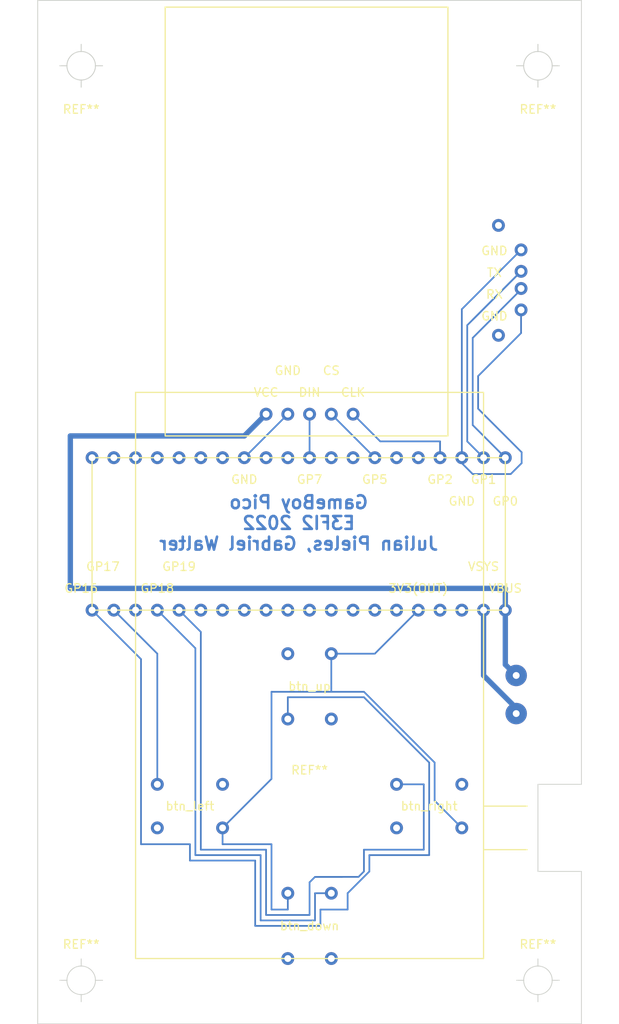
<source format=kicad_pcb>
(kicad_pcb (version 20211014) (generator pcbnew)
  (layers (0 "F.Cu" signal) (31 "B.Cu" signal) (34 "B.Paste" user) (35 "F.Paste" user) (36 "B.SilkS" user "B.Silkscreen") (37 "F.SilkS" user "F.Silkscreen") (38 "B.Mask" user) (39 "F.Mask" user) (44 "Edge.Cuts" user))
  (net 0 "")
  (footprint "MountingHole:MountingHole_3.2mm_M3" (layer "F.Cu") (at 67.31 129.54)
    (fp_text reference "REF**" (at 0 -4.2) (layer "F.SilkS"))
    (fp_text value "MountingHole_3.2mm_M3")
    (pad "" np_thru_hole circle (at 0 0) (size 3.2 3.2) (drill 3.2) (layers *.Cu *.Mask))
  )
  (footprint "MountingHole:MountingHole_3.2mm_M3" (layer "F.Cu") (at 93.98 43.18)
    (fp_text reference "REF**" (at 0 5.08) (layer "F.SilkS"))
    (fp_text value "MountingHole_3.2mm_M3")
    (pad "" np_thru_hole circle (at 0 0) (size 3.2 3.2) (drill 3.2) (layers *.Cu *.Mask))
  )
  (footprint "MountingHole:MountingHole_3.2mm_M3" (layer "F.Cu") (at 93.98 149.86)
    (fp_text reference "REF**" (at 0 -4.2) (layer "F.SilkS"))
    (fp_text value "MountingHole_3.2mm_M3")
    (pad "" np_thru_hole circle (at 0 0) (size 3.2 3.2) (drill 3.2) (layers *.Cu *.Mask))
  )
  (footprint "MountingHole:MountingHole_3.2mm_M3" (layer "F.Cu") (at 40.64 43.18)
    (fp_text reference "REF**" (at 0 5.08) (layer "F.SilkS"))
    (fp_text value "MountingHole_3.2mm_M3")
    (pad "" np_thru_hole circle (at 0 0) (size 3.2 3.2) (drill 3.2) (layers *.Cu *.Mask))
  )
  (footprint "MountingHole:MountingHole_3.2mm_M3" (layer "F.Cu") (at 40.64 149.86)
    (fp_text reference "REF**" (at 0 -4.2) (layer "F.SilkS"))
    (fp_text value "MountingHole_3.2mm_M3")
    (pad "" np_thru_hole circle (at 0 0) (size 3.2 3.2) (drill 3.2) (layers *.Cu *.Mask))
  )
  (gr_rect (start 50.45 36.34) (end 83.47 86.36) (layer "F.SilkS") (width 0.15) (fill none))
  (gr_line (start 92.71 134.62) (end 87.63 134.62) (layer "F.SilkS") (width 0.15))
  (gr_rect (start 46.99 147.32) (end 87.63 81.28) (layer "F.SilkS") (width 0.15) (fill none))
  (gr_rect (start 41.91 88.9) (end 90.17 106.68) (layer "F.SilkS") (width 0.15) (fill none))
  (gr_line (start 87.63 129.54) (end 92.71 129.54) (layer "F.SilkS") (width 0.15))
  (gr_line (start 99.06 35.56) (end 99.06 38.1) (layer "Edge.Cuts") (width 0.1))
  (gr_line (start 35.56 35.56) (end 35.56 154.94) (layer "Edge.Cuts") (width 0.1))
  (gr_line (start 99.06 154.94) (end 99.06 137.16) (layer "Edge.Cuts") (width 0.1))
  (gr_line (start 99.06 38.1) (end 99.06 127) (layer "Edge.Cuts") (width 0.1))
  (gr_line (start 93.98 137.16) (end 93.98 127) (layer "Edge.Cuts") (width 0.1))
  (gr_line (start 99.06 137.16) (end 93.98 137.16) (layer "Edge.Cuts") (width 0.1))
  (gr_line (start 93.98 127) (end 99.06 127) (layer "Edge.Cuts") (width 0.1))
  (gr_line (start 99.06 35.56) (end 35.56 35.56) (layer "Edge.Cuts") (width 0.1))
  (gr_line (start 35.56 154.94) (end 99.06 154.94) (layer "Edge.Cuts") (width 0.1))
  (gr_text "GameBoy Pico\nE3FI2 2022\nJulian Pieles, Gabriel Walter" (at 66.04 96.52) (layer "B.Cu") (effects (font (size 1.5 1.5) (thickness 0.3)) (justify mirror)))
  (gr_text "GP5" (at 74.93 91.44) (layer "F.SilkS") (effects (font (size 1 1))))
  (gr_text "btn_down" (at 67.31 143.51) (layer "F.SilkS") (effects (font (size 1 1))))
  (gr_text "DIN" (at 67.31 81.28) (layer "F.SilkS") (effects (font (size 1 1))))
  (gr_text "GND" (at 85.09 93.98) (layer "F.SilkS") (effects (font (size 1 1))))
  (gr_text "GP7\n" (at 67.31 91.44) (layer "F.SilkS") (effects (font (size 1 1))))
  (gr_text "GP1" (at 87.63 91.44) (layer "F.SilkS") (effects (font (size 1 1))))
  (gr_text "GP2" (at 82.55 91.44) (layer "F.SilkS") (effects (font (size 1 1))))
  (gr_text "GND" (at 64.77 78.74) (layer "F.SilkS") (effects (font (size 1 1))))
  (gr_text "GP17" (at 43.18 101.6) (layer "F.SilkS") (effects (font (size 1 1))))
  (gr_text "GP19" (at 52.07 101.6) (layer "F.SilkS") (effects (font (size 1 1))))
  (gr_text "3V3(OUT)" (at 80.01 104.14) (layer "F.SilkS") (effects (font (size 1 1))))
  (gr_text "VSYS\n" (at 87.63 101.6) (layer "F.SilkS") (effects (font (size 1 1))))
  (gr_text "VBUS" (at 90.17 104.14) (layer "F.SilkS") (effects (font (size 1 1))))
  (gr_text "btn_left" (at 53.34 129.54) (layer "F.SilkS") (effects (font (size 1 1))))
  (gr_text "CLK" (at 72.39 81.28) (layer "F.SilkS") (effects (font (size 1 1))))
  (gr_text "VCC" (at 62.23 81.28) (layer "F.SilkS") (effects (font (size 1 1))))
  (gr_text "GND" (at 88.9 64.77) (layer "F.SilkS") (effects (font (size 1 1))))
  (gr_text "btn_right" (at 81.28 129.54) (layer "F.SilkS") (effects (font (size 1 1))))
  (gr_text "CS" (at 69.85 78.74) (layer "F.SilkS") (effects (font (size 1 1))))
  (gr_text "TX" (at 88.9 67.31) (layer "F.SilkS") (effects (font (size 1 1))))
  (gr_text "GP16" (at 40.64 104.14) (layer "F.SilkS") (effects (font (size 1 1))))
  (gr_text "GND" (at 59.69 91.44) (layer "F.SilkS") (effects (font (size 1 1))))
  (gr_text "RX" (at 88.9 69.85) (layer "F.SilkS") (effects (font (size 1 1))))
  (gr_text "GP18" (at 49.53 104.14) (layer "F.SilkS") (effects (font (size 1 1))))
  (gr_text "btn_up" (at 67.31 115.57) (layer "F.SilkS") (effects (font (size 1 1))))
  (gr_text "GND" (at 88.9 72.39) (layer "F.SilkS") (effects (font (size 1 1))))
  (gr_text "GP0" (at 90.17 93.98) (layer "F.SilkS") (effects (font (size 1 1))))
  (target plus (at 93.98 149.86) (size 5) (width 0.1) (layer "Edge.Cuts"))
  (target plus (at 93.98 43.18) (size 5) (width 0.1) (layer "Edge.Cuts"))
  (target plus (at 40.64 43.18) (size 5) (width 0.1) (layer "Edge.Cuts"))
  (target plus (at 40.64 149.86) (size 5) (width 0.1) (layer "Edge.Cuts"))
  (target plus (at 40.64 43.18) (size 5) (width 0.1) (layer "Edge.Cuts"))
  (target plus (at 93.98 43.18) (size 5) (width 0.1) (layer "Edge.Cuts"))
  (via (at 90.17 88.9) (size 1.5) (drill 0.8) (layers "F.Cu" "B.Cu") (net 0))
  (via (at 92.01 64.66) (size 1.5) (drill 0.8) (layers "F.Cu" "B.Cu") (net 0))
  (via (at 77.47 127) (size 1.5) (drill 0.8) (layers "F.Cu" "B.Cu") (net 0))
  (via (at 46.99 106.68) (size 1.5) (drill 0.8) (layers "F.Cu" "B.Cu") (net 0))
  (via (at 77.47 132.08) (size 1.5) (drill 0.8) (layers "F.Cu" "B.Cu") (net 0))
  (via (at 62.23 88.9) (size 1.5) (drill 0.8) (layers "F.Cu" "B.Cu") (net 0))
  (via (at 82.55 88.9) (size 1.5) (drill 0.8) (layers "F.Cu" "B.Cu") (net 0))
  (via (at 89.37 74.62) (size 1.5) (drill 0.8) (layers "F.Cu" "B.Cu") (net 0))
  (via (at 57.15 127) (size 1.5) (drill 0.8) (layers "F.Cu" "B.Cu") (net 0))
  (via (at 64.77 147.32) (size 1.5) (drill 0.8) (layers "F.Cu" "B.Cu") (net 0))
  (via (at 57.15 132.08) (size 1.5) (drill 0.8) (layers "F.Cu" "B.Cu") (net 0))
  (via (at 72.39 106.68) (size 1.5) (drill 0.8) (layers "F.Cu" "B.Cu") (net 0))
  (via (at 80.01 88.9) (size 1.5) (drill 0.8) (layers "F.Cu" "B.Cu") (net 0))
  (via (at 69.85 139.7) (size 1.5) (drill 0.8) (layers "F.Cu" "B.Cu") (net 0))
  (via (at 44.45 106.68) (size 1.5) (drill 0.8) (layers "F.Cu" "B.Cu") (net 0))
  (via (at 52.07 106.68) (size 1.5) (drill 0.8) (layers "F.Cu" "B.Cu") (net 0))
  (via (at 87.63 88.9) (size 1.5) (drill 0.8) (layers "F.Cu" "B.Cu") (net 0))
  (via (at 54.61 88.9) (size 1.5) (drill 0.8) (layers "F.Cu" "B.Cu") (net 0))
  (via (at 62.23 106.68) (size 1.5) (drill 0.8) (layers "F.Cu" "B.Cu") (net 0))
  (via (at 69.85 119.38) (size 1.5) (drill 0.8) (layers "F.Cu" "B.Cu") (net 0))
  (via (at 69.85 88.9) (size 1.5) (drill 0.8) (layers "F.Cu" "B.Cu") (net 0))
  (via (at 74.93 106.68) (size 1.5) (drill 0.8) (layers "F.Cu" "B.Cu") (net 0))
  (via (at 64.77 83.82) (size 1.5) (drill 0.8) (layers "F.Cu" "B.Cu") (net 0))
  (via (at 69.85 147.32) (size 1.5) (drill 0.8) (layers "F.Cu" "B.Cu") (net 0))
  (via (at 49.53 132.08) (size 1.5) (drill 0.8) (layers "F.Cu" "B.Cu") (net 0))
  (via (at 52.07 88.9) (size 1.5) (drill 0.8) (layers "F.Cu" "B.Cu") (net 0))
  (via (at 62.23 83.82) (size 1.5) (drill 0.8) (layers "F.Cu" "B.Cu") (net 0))
  (via (at 54.61 106.68) (size 1.5) (drill 0.8) (layers "F.Cu" "B.Cu") (net 0))
  (via (at 87.63 106.68) (size 1.5) (drill 0.8) (layers "F.Cu" "B.Cu") (net 0))
  (via (at 69.85 106.68) (size 1.5) (drill 0.8) (layers "F.Cu" "B.Cu") (net 0))
  (via (at 41.91 106.68) (size 1.5) (drill 0.8) (layers "F.Cu" "B.Cu") (net 0))
  (via (at 46.99 88.9) (size 1.5) (drill 0.8) (layers "F.Cu" "B.Cu") (net 0))
  (via (at 41.91 88.9) (size 1.5) (drill 0.8) (layers "F.Cu" "B.Cu") (net 0))
  (via (at 92.01 67.16) (size 1.5) (drill 0.8) (layers "F.Cu" "B.Cu") (net 0))
  (via (at 89.37 61.8) (size 1.5) (drill 0.8) (layers "F.Cu" "B.Cu") (net 0))
  (via (at 92.01 69.16) (size 1.5) (drill 0.8) (layers "F.Cu" "B.Cu") (net 0))
  (via (at 64.77 88.9) (size 1.5) (drill 0.8) (layers "F.Cu" "B.Cu") (net 0))
  (via (at 74.93 88.9) (size 1.5) (drill 0.8) (layers "F.Cu" "B.Cu") (net 0))
  (via (at 85.09 88.9) (size 1.5) (drill 0.8) (layers "F.Cu" "B.Cu") (net 0))
  (via (at 85.09 132.08) (size 1.5) (drill 0.8) (layers "F.Cu" "B.Cu") (net 0))
  (via (at 69.85 111.76) (size 1.5) (drill 0.8) (layers "F.Cu" "B.Cu") (net 0))
  (via (at 57.15 88.9) (size 1.5) (drill 0.8) (layers "F.Cu" "B.Cu") (net 0))
  (via (at 67.31 106.68) (size 1.5) (drill 0.8) (layers "F.Cu" "B.Cu") (net 0))
  (via (at 59.69 88.9) (size 1.5) (drill 0.8) (layers "F.Cu" "B.Cu") (net 0))
  (via (at 72.39 83.82) (size 1.5) (drill 0.8) (layers "F.Cu" "B.Cu") (net 0))
  (via (at 49.53 127) (size 1.5) (drill 0.8) (layers "F.Cu" "B.Cu") (net 0))
  (via (at 44.45 88.9) (size 1.5) (drill 0.8) (layers "F.Cu" "B.Cu") (net 0))
  (via (at 67.31 88.9) (size 1.5) (drill 0.8) (layers "F.Cu" "B.Cu") (net 0))
  (via (at 64.77 119.38) (size 1.5) (drill 0.8) (layers "F.Cu" "B.Cu") (net 0))
  (via (at 64.77 106.68) (size 1.5) (drill 0.8) (layers "F.Cu" "B.Cu") (net 0))
  (via (at 59.69 106.68) (size 1.5) (drill 0.8) (layers "F.Cu" "B.Cu") (net 0))
  (via (at 72.39 88.9) (size 1.5) (drill 0.8) (layers "F.Cu" "B.Cu") (net 0))
  (via (at 57.15 106.68) (size 1.5) (drill 0.8) (layers "F.Cu" "B.Cu") (net 0))
  (via (at 80.01 106.68) (size 1.5) (drill 0.8) (layers "F.Cu" "B.Cu") (net 0))
  (via (at 90.17 106.68) (size 1.5) (drill 0.8) (layers "F.Cu" "B.Cu") (net 0))
  (via (at 77.47 106.68) (size 1.5) (drill 0.8) (layers "F.Cu" "B.Cu") (net 0))
  (via (at 85.09 127) (size 1.5) (drill 0.8) (layers "F.Cu" "B.Cu") (net 0))
  (via (at 64.77 111.76) (size 1.5) (drill 0.8) (layers "F.Cu" "B.Cu") (net 0))
  (via (at 64.77 139.7) (size 1.5) (drill 0.8) (layers "F.Cu" "B.Cu") (net 0))
  (via (at 91.44 118.745) (size 2.5) (drill 0.8) (layers "F.Cu" "B.Cu") (net 0))
  (via (at 91.44 114.3) (size 2.5) (drill 0.8) (layers "F.Cu" "B.Cu") (net 0))
  (via (at 77.47 88.9) (size 1.5) (drill 0.8) (layers "F.Cu" "B.Cu") (net 0))
  (via (at 85.09 106.68) (size 1.5) (drill 0.8) (layers "F.Cu" "B.Cu") (net 0))
  (via (at 49.53 88.9) (size 1.5) (drill 0.8) (layers "F.Cu" "B.Cu") (net 0))
  (via (at 92.01 71.66) (size 1.5) (drill 0.8) (layers "F.Cu" "B.Cu") (net 0))
  (via (at 82.55 106.68) (size 1.5) (drill 0.8) (layers "F.Cu" "B.Cu") (net 0))
  (via (at 69.85 83.82) (size 1.5) (drill 0.8) (layers "F.Cu" "B.Cu") (net 0))
  (via (at 67.31 83.82) (size 1.5) (drill 0.8) (layers "F.Cu" "B.Cu") (net 0))
  (via (at 49.53 106.68) (size 1.5) (drill 0.8) (layers "F.Cu" "B.Cu") (net 0))
  (segment (start 67.945 139.7) (end 69.85 139.7) (width 0.2) (layer "B.Cu") (net 0))
  (segment (start 47.625 112.395) (end 41.91 106.68) (width 0.2) (layer "B.Cu") (net 0))
  (segment (start 67.31 84.455) (end 67.31 88.9) (width 0.2) (layer "B.Cu") (net 0))
  (segment (start 86.995 79.375) (end 92.01 74.36) (width 0.2) (layer "B.Cu") (net 0))
  (segment (start 74.93 111.76) (end 69.85 111.76) (width 0.2) (layer "B.Cu") (net 0))
  (segment (start 80.645 127) (end 77.47 127) (width 0.2) (layer "B.Cu") (net 0))
  (segment (start 62.865 141.605) (end 62.865 133.985) (width 0.2) (layer "B.Cu") (net 0))
  (segment (start 60.96 135.89) (end 53.34 135.89) (width 0.2) (layer "B.Cu") (net 0))
  (segment (start 81.28 135.255) (end 74.295 135.255) (width 0.2) (layer "B.Cu") (net 0))
  (segment (start 39.37 104.14) (end 90.17 104.14) (width 0.623) (layer "B.Cu") (net 0))
  (segment (start 92.01 67.16) (end 86.36 72.81) (width 0.2) (layer "B.Cu") (net 0))
  (segment (start 62.865 126.365) (end 57.15 132.08) (width 0.2) (layer "B.Cu") (net 0))
  (segment (start 87.63 114.3) (end 87.63 106.68) (width 0.623) (layer "B.Cu") (net 0))
  (segment (start 62.23 83.82) (end 59.69 86.36) (width 0.623) (layer "B.Cu") (net 0))
  (segment (start 81.28 124.46) (end 81.28 135.255) (width 0.2) (layer "B.Cu") (net 0))
  (segment (start 62.23 142.24) (end 67.31 142.24) (width 0.2) (layer "B.Cu") (net 0))
  (segment (start 67.31 138.43) (end 67.945 137.795) (width 0.2) (layer "B.Cu") (net 0))
  (segment (start 62.865 133.985) (end 57.15 133.985) (width 0.2) (layer "B.Cu") (net 0))
  (segment (start 64.77 116.84) (end 73.66 116.84) (width 0.2) (layer "B.Cu") (net 0))
  (segment (start 73.66 116.205) (end 81.915 124.46) (width 0.2) (layer "B.Cu") (net 0))
  (segment (start 61.595 135.255) (end 61.595 142.875) (width 0.2) (layer "B.Cu") (net 0))
  (segment (start 86.995 83.185) (end 86.995 79.375) (width 0.2) (layer "B.Cu") (net 0))
  (segment (start 62.23 134.62) (end 62.23 142.24) (width 0.2) (layer "B.Cu") (net 0))
  (segment (start 73.66 134.62) (end 80.645 134.62) (width 0.2) (layer "B.Cu") (net 0))
  (segment (start 53.34 135.89) (end 53.34 133.985) (width 0.2) (layer "B.Cu") (net 0))
  (segment (start 80.645 134.62) (end 80.645 127) (width 0.2) (layer "B.Cu") (net 0))
  (segment (start 90.17 104.14) (end 90.17 113.03) (width 0.623) (layer "B.Cu") (net 0))
  (segment (start 92.075 88.265) (end 92.075 89.535) (width 0.2) (layer "B.Cu") (net 0))
  (segment (start 92.01 74.36) (end 92.01 71.66) (width 0.2) (layer "B.Cu") (net 0))
  (segment (start 53.975 135.255) (end 61.595 135.255) (width 0.2) (layer "B.Cu") (net 0))
  (segment (start 53.34 133.985) (end 47.625 133.985) (width 0.2) (layer "B.Cu") (net 0))
  (segment (start 90.17 88.9) (end 86.36 85.09) (width 0.2) (layer "B.Cu") (net 0))
  (segment (start 68.58 141.605) (end 68.58 143.51) (width 0.2) (layer "B.Cu") (net 0))
  (segment (start 64.77 141.605) (end 62.865 141.605) (width 0.2) (layer "B.Cu") (net 0))
  (segment (start 49.53 111.76) (end 44.45 106.68) (width 0.2) (layer "B.Cu") (net 0))
  (segment (start 81.915 124.46) (end 81.915 128.905) (width 0.2) (layer "B.Cu") (net 0))
  (segment (start 87.63 114.3) (end 91.44 118.11) (width 0.623) (layer "B.Cu") (net 0))
  (segment (start 53.975 111.125) (end 53.975 135.255) (width 0.2) (layer "B.Cu") (net 0))
  (segment (start 54.61 134.62) (end 62.23 134.62) (width 0.2) (layer "B.Cu") (net 0))
  (segment (start 64.77 119.38) (end 64.77 116.84) (width 0.2) (layer "B.Cu") (net 0))
  (segment (start 81.915 128.905) (end 85.09 132.08) (width 0.2) (layer "B.Cu") (net 0))
  (segment (start 92.075 89.535) (end 90.805 90.805) (width 0.2) (layer "B.Cu") (net 0))
  (segment (start 74.295 135.255) (end 74.295 137.16) (width 0.2) (layer "B.Cu") (net 0))
  (segment (start 49.53 106.68) (end 53.975 111.125) (width 0.2) (layer "B.Cu") (net 0))
  (segment (start 69.85 116.205) (end 62.865 116.205) (width 0.2) (layer "B.Cu") (net 0))
  (segment (start 90.805 90.805) (end 86.36 90.805) (width 0.2) (layer "B.Cu") (net 0))
  (segment (start 69.85 83.82) (end 74.93 88.9) (width 0.2) (layer "B.Cu") (net 0))
  (segment (start 71.755 139.7) (end 71.755 141.605) (width 0.2) (layer "B.Cu") (net 0))
  (segment (start 69.85 111.76) (end 69.85 116.205) (width 0.2) (layer "B.Cu") (net 0))
  (segment (start 54.61 109.22) (end 54.61 134.62) (width 0.2) (layer "B.Cu") (net 0))
  (segment (start 69.85 116.205) (end 73.66 116.205) (width 0.2) (layer "B.Cu") (net 0))
  (segment (start 64.77 139.7) (end 64.77 141.605) (width 0.2) (layer "B.Cu") (net 0))
  (segment (start 90.17 113.03) (end 91.44 114.3) (width 0.623) (layer "B.Cu") (net 0))
  (segment (start 74.295 137.16) (end 71.755 139.7) (width 0.2) (layer "B.Cu") (net 0))
  (segment (start 52.07 106.68) (end 54.61 109.22) (width 0.2) (layer "B.Cu") (net 0))
  (segment (start 92.01 69.28) (end 92.01 69.16) (width 0.2) (layer "B.Cu") (net 0))
  (segment (start 49.53 127) (end 49.53 111.76) (width 0.2) (layer "B.Cu") (net 0))
  (segment (start 59.69 86.36) (end 39.37 86.36) (width 0.623) (layer "B.Cu") (net 0))
  (segment (start 92.01 64.66) (end 85.09 71.58) (width 0.2) (layer "B.Cu") (net 0))
  (segment (start 85.09 71.58) (end 85.09 88.9) (width 0.2) (layer "B.Cu") (net 0))
  (segment (start 82.55 86.995) (end 75.565 86.995) (width 0.2) (layer "B.Cu") (net 0))
  (segment (start 67.945 137.795) (end 73.025 137.795) (width 0.2) (layer "B.Cu") (net 0))
  (segment (start 91.44 118.11) (end 91.44 118.745) (width 0.623) (layer "B.Cu") (net 0))
  (segment (start 67.945 142.875) (end 67.945 139.7) (width 0.2) (layer "B.Cu") (net 0))
  (segment (start 61.595 142.875) (end 67.945 142.875) (width 0.2) (layer "B.Cu") (net 0))
  (segment (start 90.17 104.14) (end 90.17 106.68) (width 0.2) (layer "B.Cu") (net 0))
  (segment (start 85.725 86.995) (end 87.63 88.9) (width 0.2) (layer "B.Cu") (net 0))
  (segment (start 80.01 106.68) (end 80.01 107.315) (width 0.2) (layer "B.Cu") (net 0))
  (segment (start 57.15 133.985) (end 57.15 132.08) (width 0.2) (layer "B.Cu") (net 0))
  (segment (start 80.01 106.68) (end 74.93 111.76) (width 0.2) (layer "B.Cu") (net 0))
  (segment (start 60.96 143.51) (end 60.96 135.89) (width 0.2) (layer "B.Cu") (net 0))
  (segment (start 39.37 86.36) (end 39.37 104.14) (width 0.623) (layer "B.Cu") (net 0))
  (segment (start 85.725 73.445) (end 85.725 86.995) (width 0.2) (layer "B.Cu") (net 0))
  (segment (start 67.31 142.24) (end 67.31 138.43) (width 0.2) (layer "B.Cu") (net 0))
  (segment (start 75.565 86.995) (end 72.39 83.82) (width 0.2) (layer "B.Cu") (net 0))
  (segment (start 85.09 88.9) (end 85.09 89.535) (width 0.2) (layer "B.Cu") (net 0))
  (segment (start 67.945 137.795) (end 71.12 137.795) (width 0.2) (layer "B.Cu") (net 0))
  (segment (start 73.66 137.16) (end 73.66 134.62) (width 0.2) (layer "B.Cu") (net 0))
  (segment (start 73.025 137.795) (end 73.66 137.16) (width 0.2) (layer "B.Cu") (net 0))
  (segment (start 82.55 88.9) (end 82.55 86.995) (width 0.2) (layer "B.Cu") (net 0))
  (segment (start 64.77 83.82) (end 59.69 88.9) (width 0.2) (layer "B.Cu") (net 0))
  (segment (start 86.36 74.93) (end 92.01 69.28) (width 0.2) (layer "B.Cu") (net 0))
  (segment (start 86.36 90.805) (end 85.09 89.535) (width 0.2) (layer "B.Cu") (net 0))
  (segment (start 68.58 143.51) (end 60.96 143.51) (width 0.2) (layer "B.Cu") (net 0))
  (segment (start 62.865 116.205) (end 62.865 126.365) (width 0.2) (layer "B.Cu") (net 0))
  (segment (start 47.625 133.985) (end 47.625 112.395) (width 0.2) (layer "B.Cu") (net 0))
  (segment (start 92.01 67.16) (end 85.725 73.445) (width 0.2) (layer "B.Cu") (net 0))
  (segment (start 92.075 88.265) (end 86.995 83.185) (width 0.2) (layer "B.Cu") (net 0))
  (segment (start 73.66 116.84) (end 81.28 124.46) (width 0.2) (layer "B.Cu") (net 0))
  (segment (start 86.36 85.09) (end 86.36 74.93) (width 0.2) (layer "B.Cu") (net 0))
  (segment (start 71.755 141.605) (end 68.58 141.605) (width 0.2) (layer "B.Cu") (net 0))
)
</source>
